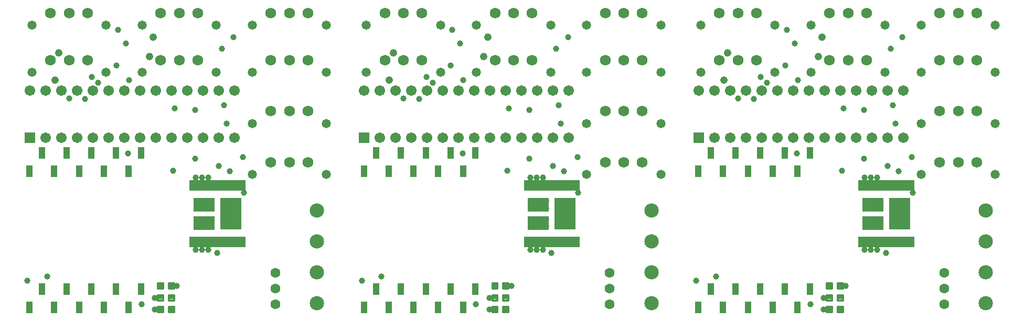
<source format=gts>
G75*
%MOIN*%
%OFA0B0*%
%FSLAX24Y24*%
%IPPOS*%
%LPD*%
%AMOC8*
5,1,8,0,0,1.08239X$1,22.5*
%
%ADD10C,0.0630*%
%ADD11C,0.0907*%
%ADD12R,0.0207X0.0651*%
%ADD13R,0.1360X0.0867*%
%ADD14R,0.1360X0.2049*%
%ADD15R,0.0674X0.0674*%
%ADD16C,0.0674*%
%ADD17C,0.0580*%
%ADD18C,0.0680*%
%ADD19C,0.0142*%
%ADD20R,0.0415X0.0749*%
%ADD21C,0.0390*%
%ADD22C,0.0476*%
D10*
X026693Y008143D03*
X026693Y009143D03*
X026693Y010143D03*
X047943Y010143D03*
X047943Y009143D03*
X047943Y008143D03*
X069193Y008143D03*
X069193Y009143D03*
X069193Y010143D03*
D11*
X071835Y010146D03*
X071835Y008178D03*
X071835Y012128D03*
X071835Y014096D03*
X050585Y014096D03*
X050585Y012128D03*
X050585Y010146D03*
X050585Y008178D03*
X029335Y008178D03*
X029335Y010146D03*
X029335Y012128D03*
X029335Y014096D03*
D12*
X024683Y015681D03*
X024486Y015681D03*
X024289Y015681D03*
X024092Y015681D03*
X023896Y015681D03*
X023699Y015681D03*
X023502Y015681D03*
X023305Y015681D03*
X023108Y015681D03*
X022911Y015681D03*
X022715Y015681D03*
X022518Y015681D03*
X022321Y015681D03*
X022124Y015681D03*
X021927Y015681D03*
X021730Y015681D03*
X021533Y015681D03*
X021337Y015681D03*
X021337Y012098D03*
X021533Y012098D03*
X021730Y012098D03*
X021927Y012098D03*
X022124Y012098D03*
X022321Y012098D03*
X022518Y012098D03*
X022715Y012098D03*
X022911Y012098D03*
X023108Y012098D03*
X023305Y012098D03*
X023502Y012098D03*
X023699Y012098D03*
X023896Y012098D03*
X024092Y012098D03*
X024289Y012098D03*
X024486Y012098D03*
X024683Y012098D03*
X042587Y012098D03*
X042783Y012098D03*
X042980Y012098D03*
X043177Y012098D03*
X043374Y012098D03*
X043571Y012098D03*
X043768Y012098D03*
X043965Y012098D03*
X044161Y012098D03*
X044358Y012098D03*
X044555Y012098D03*
X044752Y012098D03*
X044949Y012098D03*
X045146Y012098D03*
X045342Y012098D03*
X045539Y012098D03*
X045736Y012098D03*
X045933Y012098D03*
X045933Y015681D03*
X045736Y015681D03*
X045539Y015681D03*
X045342Y015681D03*
X045146Y015681D03*
X044949Y015681D03*
X044752Y015681D03*
X044555Y015681D03*
X044358Y015681D03*
X044161Y015681D03*
X043965Y015681D03*
X043768Y015681D03*
X043571Y015681D03*
X043374Y015681D03*
X043177Y015681D03*
X042980Y015681D03*
X042783Y015681D03*
X042587Y015681D03*
X063837Y015681D03*
X064033Y015681D03*
X064230Y015681D03*
X064427Y015681D03*
X064624Y015681D03*
X064821Y015681D03*
X065018Y015681D03*
X065215Y015681D03*
X065411Y015681D03*
X065608Y015681D03*
X065805Y015681D03*
X066002Y015681D03*
X066199Y015681D03*
X066396Y015681D03*
X066592Y015681D03*
X066789Y015681D03*
X066986Y015681D03*
X067183Y015681D03*
X067183Y012098D03*
X066986Y012098D03*
X066789Y012098D03*
X066592Y012098D03*
X066396Y012098D03*
X066199Y012098D03*
X066002Y012098D03*
X065805Y012098D03*
X065608Y012098D03*
X065411Y012098D03*
X065215Y012098D03*
X065018Y012098D03*
X064821Y012098D03*
X064624Y012098D03*
X064427Y012098D03*
X064230Y012098D03*
X064033Y012098D03*
X063837Y012098D03*
D13*
X064663Y013303D03*
X064663Y014473D03*
X043413Y014473D03*
X043413Y013303D03*
X022163Y013303D03*
X022163Y014473D03*
D14*
X023853Y013883D03*
X045103Y013883D03*
X066353Y013883D03*
D15*
X053593Y018743D03*
X032343Y018743D03*
X011093Y018743D03*
D16*
X012093Y018743D03*
X013093Y018743D03*
X014093Y018743D03*
X015093Y018743D03*
X016093Y018743D03*
X017093Y018743D03*
X018093Y018743D03*
X019093Y018743D03*
X020093Y018743D03*
X021093Y018743D03*
X022093Y018743D03*
X023093Y018743D03*
X024093Y018743D03*
X024093Y021743D03*
X023093Y021743D03*
X022093Y021743D03*
X021093Y021743D03*
X020093Y021743D03*
X019093Y021743D03*
X018093Y021743D03*
X017093Y021743D03*
X016093Y021743D03*
X015093Y021743D03*
X014093Y021743D03*
X013093Y021743D03*
X012093Y021743D03*
X011093Y021743D03*
X032343Y021743D03*
X033343Y021743D03*
X034343Y021743D03*
X035343Y021743D03*
X036343Y021743D03*
X037343Y021743D03*
X038343Y021743D03*
X039343Y021743D03*
X040343Y021743D03*
X041343Y021743D03*
X042343Y021743D03*
X043343Y021743D03*
X044343Y021743D03*
X045343Y021743D03*
X045343Y018743D03*
X044343Y018743D03*
X043343Y018743D03*
X042343Y018743D03*
X041343Y018743D03*
X040343Y018743D03*
X039343Y018743D03*
X038343Y018743D03*
X037343Y018743D03*
X036343Y018743D03*
X035343Y018743D03*
X034343Y018743D03*
X033343Y018743D03*
X053593Y021743D03*
X054593Y021743D03*
X055593Y021743D03*
X056593Y021743D03*
X057593Y021743D03*
X058593Y021743D03*
X059593Y021743D03*
X060593Y021743D03*
X061593Y021743D03*
X062593Y021743D03*
X063593Y021743D03*
X064593Y021743D03*
X065593Y021743D03*
X066593Y021743D03*
X066593Y018743D03*
X065593Y018743D03*
X064593Y018743D03*
X063593Y018743D03*
X062593Y018743D03*
X061593Y018743D03*
X060593Y018743D03*
X059593Y018743D03*
X058593Y018743D03*
X057593Y018743D03*
X056593Y018743D03*
X055593Y018743D03*
X054593Y018743D03*
D17*
X051193Y019643D03*
X046473Y019643D03*
X046473Y022893D03*
X044193Y022893D03*
X039473Y022893D03*
X037193Y022893D03*
X032473Y022893D03*
X029943Y022893D03*
X025223Y022893D03*
X022943Y022893D03*
X018223Y022893D03*
X015943Y022893D03*
X011223Y022893D03*
X011223Y025893D03*
X015943Y025893D03*
X018223Y025893D03*
X022943Y025893D03*
X025223Y025893D03*
X029943Y025893D03*
X032473Y025893D03*
X037193Y025893D03*
X039473Y025893D03*
X044193Y025893D03*
X046473Y025893D03*
X051193Y025893D03*
X053723Y025893D03*
X058443Y025893D03*
X060723Y025893D03*
X065443Y025893D03*
X067723Y025893D03*
X072443Y025893D03*
X072443Y022893D03*
X067723Y022893D03*
X065443Y022893D03*
X060723Y022893D03*
X058443Y022893D03*
X053723Y022893D03*
X051193Y022893D03*
X067723Y019643D03*
X072443Y019643D03*
X072443Y016393D03*
X067723Y016393D03*
X051193Y016393D03*
X046473Y016393D03*
X029943Y016393D03*
X025223Y016393D03*
X025223Y019643D03*
X029943Y019643D03*
D18*
X028763Y020413D03*
X027583Y020413D03*
X026403Y020413D03*
X026403Y017163D03*
X027583Y017163D03*
X028763Y017163D03*
X028763Y023663D03*
X027583Y023663D03*
X026403Y023663D03*
X021763Y023663D03*
X020583Y023663D03*
X019403Y023663D03*
X014763Y023663D03*
X013583Y023663D03*
X012403Y023663D03*
X012403Y026663D03*
X013583Y026663D03*
X014763Y026663D03*
X019403Y026663D03*
X020583Y026663D03*
X021763Y026663D03*
X026403Y026663D03*
X027583Y026663D03*
X028763Y026663D03*
X033653Y026663D03*
X034833Y026663D03*
X036013Y026663D03*
X040653Y026663D03*
X041833Y026663D03*
X043013Y026663D03*
X047653Y026663D03*
X048833Y026663D03*
X050013Y026663D03*
X054903Y026663D03*
X056083Y026663D03*
X057263Y026663D03*
X061903Y026663D03*
X063083Y026663D03*
X064263Y026663D03*
X068903Y026663D03*
X070083Y026663D03*
X071263Y026663D03*
X071263Y023663D03*
X070083Y023663D03*
X068903Y023663D03*
X064263Y023663D03*
X063083Y023663D03*
X061903Y023663D03*
X057263Y023663D03*
X056083Y023663D03*
X054903Y023663D03*
X050013Y023663D03*
X048833Y023663D03*
X047653Y023663D03*
X043013Y023663D03*
X041833Y023663D03*
X040653Y023663D03*
X036013Y023663D03*
X034833Y023663D03*
X033653Y023663D03*
X047653Y020413D03*
X048833Y020413D03*
X050013Y020413D03*
X050013Y017163D03*
X048833Y017163D03*
X047653Y017163D03*
X068903Y017163D03*
X070083Y017163D03*
X071263Y017163D03*
X071263Y020413D03*
X070083Y020413D03*
X068903Y020413D03*
D19*
X062754Y009459D02*
X062754Y009127D01*
X062422Y009127D01*
X062422Y009459D01*
X062754Y009459D01*
X062754Y009268D02*
X062422Y009268D01*
X062422Y009409D02*
X062754Y009409D01*
X062064Y009459D02*
X062064Y009127D01*
X061732Y009127D01*
X061732Y009459D01*
X062064Y009459D01*
X062064Y009268D02*
X061732Y009268D01*
X061732Y009409D02*
X062064Y009409D01*
X062064Y008709D02*
X062064Y008377D01*
X061732Y008377D01*
X061732Y008709D01*
X062064Y008709D01*
X062064Y008518D02*
X061732Y008518D01*
X061732Y008659D02*
X062064Y008659D01*
X062754Y008709D02*
X062754Y008377D01*
X062422Y008377D01*
X062422Y008709D01*
X062754Y008709D01*
X062754Y008518D02*
X062422Y008518D01*
X062422Y008659D02*
X062754Y008659D01*
X062422Y007959D02*
X062422Y007627D01*
X062422Y007959D02*
X062754Y007959D01*
X062754Y007627D01*
X062422Y007627D01*
X062422Y007768D02*
X062754Y007768D01*
X062754Y007909D02*
X062422Y007909D01*
X061732Y007959D02*
X061732Y007627D01*
X061732Y007959D02*
X062064Y007959D01*
X062064Y007627D01*
X061732Y007627D01*
X061732Y007768D02*
X062064Y007768D01*
X062064Y007909D02*
X061732Y007909D01*
X041172Y007959D02*
X041172Y007627D01*
X041172Y007959D02*
X041504Y007959D01*
X041504Y007627D01*
X041172Y007627D01*
X041172Y007768D02*
X041504Y007768D01*
X041504Y007909D02*
X041172Y007909D01*
X040482Y007959D02*
X040482Y007627D01*
X040482Y007959D02*
X040814Y007959D01*
X040814Y007627D01*
X040482Y007627D01*
X040482Y007768D02*
X040814Y007768D01*
X040814Y007909D02*
X040482Y007909D01*
X040814Y008377D02*
X040814Y008709D01*
X040814Y008377D02*
X040482Y008377D01*
X040482Y008709D01*
X040814Y008709D01*
X040814Y008518D02*
X040482Y008518D01*
X040482Y008659D02*
X040814Y008659D01*
X041504Y008709D02*
X041504Y008377D01*
X041172Y008377D01*
X041172Y008709D01*
X041504Y008709D01*
X041504Y008518D02*
X041172Y008518D01*
X041172Y008659D02*
X041504Y008659D01*
X041504Y009127D02*
X041504Y009459D01*
X041504Y009127D02*
X041172Y009127D01*
X041172Y009459D01*
X041504Y009459D01*
X041504Y009268D02*
X041172Y009268D01*
X041172Y009409D02*
X041504Y009409D01*
X040814Y009459D02*
X040814Y009127D01*
X040482Y009127D01*
X040482Y009459D01*
X040814Y009459D01*
X040814Y009268D02*
X040482Y009268D01*
X040482Y009409D02*
X040814Y009409D01*
X020254Y009459D02*
X020254Y009127D01*
X019922Y009127D01*
X019922Y009459D01*
X020254Y009459D01*
X020254Y009268D02*
X019922Y009268D01*
X019922Y009409D02*
X020254Y009409D01*
X019564Y009459D02*
X019564Y009127D01*
X019232Y009127D01*
X019232Y009459D01*
X019564Y009459D01*
X019564Y009268D02*
X019232Y009268D01*
X019232Y009409D02*
X019564Y009409D01*
X019564Y008709D02*
X019564Y008377D01*
X019232Y008377D01*
X019232Y008709D01*
X019564Y008709D01*
X019564Y008518D02*
X019232Y008518D01*
X019232Y008659D02*
X019564Y008659D01*
X020254Y008709D02*
X020254Y008377D01*
X019922Y008377D01*
X019922Y008709D01*
X020254Y008709D01*
X020254Y008518D02*
X019922Y008518D01*
X019922Y008659D02*
X020254Y008659D01*
X019922Y007959D02*
X019922Y007627D01*
X019922Y007959D02*
X020254Y007959D01*
X020254Y007627D01*
X019922Y007627D01*
X019922Y007768D02*
X020254Y007768D01*
X020254Y007909D02*
X019922Y007909D01*
X019232Y007959D02*
X019232Y007627D01*
X019232Y007959D02*
X019564Y007959D01*
X019564Y007627D01*
X019232Y007627D01*
X019232Y007768D02*
X019564Y007768D01*
X019564Y007909D02*
X019232Y007909D01*
D20*
X011069Y007922D03*
X012644Y007922D03*
X014218Y007922D03*
X015793Y007922D03*
X017368Y007922D03*
X016581Y009103D03*
X018155Y009103D03*
X015006Y009103D03*
X013431Y009103D03*
X011856Y009103D03*
X011069Y016583D03*
X012644Y016583D03*
X014218Y016583D03*
X015793Y016583D03*
X017368Y016583D03*
X016581Y017765D03*
X018155Y017765D03*
X015006Y017765D03*
X013431Y017765D03*
X011856Y017765D03*
X032319Y016583D03*
X033894Y016583D03*
X035468Y016583D03*
X037043Y016583D03*
X038618Y016583D03*
X037831Y017765D03*
X039405Y017765D03*
X036256Y017765D03*
X034681Y017765D03*
X033106Y017765D03*
X053569Y016583D03*
X055144Y016583D03*
X056718Y016583D03*
X058293Y016583D03*
X059868Y016583D03*
X059081Y017765D03*
X060655Y017765D03*
X057506Y017765D03*
X055931Y017765D03*
X054356Y017765D03*
X054356Y009103D03*
X055931Y009103D03*
X057506Y009103D03*
X059081Y009103D03*
X060655Y009103D03*
X059868Y007922D03*
X058293Y007922D03*
X056718Y007922D03*
X055144Y007922D03*
X053569Y007922D03*
X039405Y009103D03*
X037831Y009103D03*
X036256Y009103D03*
X034681Y009103D03*
X033106Y009103D03*
X032319Y007922D03*
X033894Y007922D03*
X035468Y007922D03*
X037043Y007922D03*
X038618Y007922D03*
D21*
X039443Y008143D03*
X040293Y007793D03*
X040293Y008543D03*
X041693Y009293D03*
X042893Y011593D03*
X043293Y011593D03*
X043693Y011593D03*
X044243Y011393D03*
X043893Y013093D03*
X043443Y013093D03*
X043443Y013543D03*
X043893Y013543D03*
X042943Y013543D03*
X042943Y013093D03*
X042943Y014243D03*
X042943Y014693D03*
X043443Y014693D03*
X043443Y014243D03*
X043893Y014243D03*
X043893Y014693D03*
X045943Y015243D03*
X043693Y016193D03*
X043293Y016193D03*
X042893Y016193D03*
X041443Y016643D03*
X042843Y017393D03*
X044343Y016943D03*
X045043Y016593D03*
X045893Y017493D03*
X044843Y019643D03*
X042843Y020493D03*
X041543Y020593D03*
X044693Y020793D03*
X038643Y022393D03*
X036693Y022243D03*
X036293Y022593D03*
X037843Y023343D03*
X038443Y024743D03*
X037943Y025593D03*
X044543Y024393D03*
X045293Y025143D03*
X035843Y021193D03*
X034843Y021243D03*
X038593Y017743D03*
X024643Y017493D03*
X023093Y016943D03*
X023793Y016593D03*
X022443Y016193D03*
X022043Y016193D03*
X021643Y016193D03*
X020193Y016643D03*
X021593Y017393D03*
X017343Y017743D03*
X023593Y019643D03*
X021593Y020493D03*
X020293Y020593D03*
X023443Y020793D03*
X017393Y022393D03*
X015443Y022243D03*
X015043Y022593D03*
X016593Y023343D03*
X017193Y024743D03*
X016693Y025593D03*
X023293Y024393D03*
X024043Y025143D03*
X014593Y021193D03*
X013593Y021243D03*
X024693Y015243D03*
X022643Y014693D03*
X022643Y014243D03*
X022193Y014243D03*
X022193Y014693D03*
X021693Y014693D03*
X021693Y014243D03*
X021693Y013543D03*
X021693Y013093D03*
X022193Y013093D03*
X022643Y013093D03*
X022643Y013543D03*
X022193Y013543D03*
X022043Y011593D03*
X022443Y011593D03*
X022993Y011393D03*
X021643Y011593D03*
X020443Y009293D03*
X019043Y008543D03*
X018193Y008143D03*
X019043Y007793D03*
X012193Y009893D03*
X010943Y009643D03*
X032193Y009643D03*
X033443Y009893D03*
X053443Y009643D03*
X054693Y009893D03*
X060693Y008143D03*
X061543Y007793D03*
X061543Y008543D03*
X062943Y009293D03*
X064143Y011593D03*
X064543Y011593D03*
X064943Y011593D03*
X065493Y011393D03*
X065143Y013093D03*
X064693Y013093D03*
X064693Y013543D03*
X065143Y013543D03*
X064193Y013543D03*
X064193Y013093D03*
X064193Y014243D03*
X064193Y014693D03*
X064693Y014693D03*
X064693Y014243D03*
X065143Y014243D03*
X065143Y014693D03*
X067193Y015243D03*
X064943Y016193D03*
X064543Y016193D03*
X064143Y016193D03*
X062693Y016643D03*
X064093Y017393D03*
X065593Y016943D03*
X066293Y016593D03*
X067143Y017493D03*
X066093Y019643D03*
X064093Y020493D03*
X062793Y020593D03*
X065943Y020793D03*
X059893Y022393D03*
X057943Y022243D03*
X057543Y022593D03*
X059093Y023343D03*
X059693Y024743D03*
X059193Y025593D03*
X065793Y024393D03*
X066543Y025143D03*
X057093Y021193D03*
X056093Y021243D03*
X059843Y017743D03*
D22*
X055193Y022393D03*
X055443Y024143D03*
X061193Y023893D03*
X061443Y025143D03*
X040193Y025143D03*
X039943Y023893D03*
X034193Y024143D03*
X033943Y022393D03*
X018943Y025143D03*
X018693Y023893D03*
X012943Y024143D03*
X012693Y022393D03*
M02*

</source>
